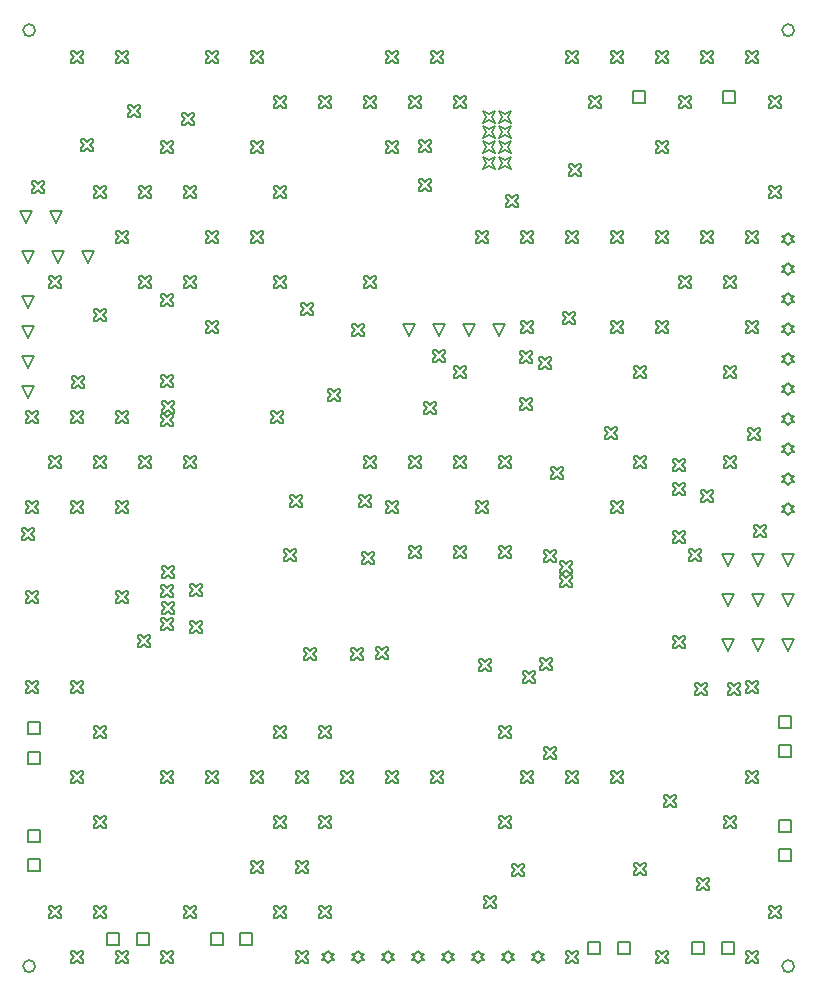
<source format=gbr>
G04*
G04 #@! TF.GenerationSoftware,Altium Limited,Altium Designer,22.9.1 (49)*
G04*
G04 Layer_Color=2752767*
%FSTAX24Y24*%
%MOIN*%
G70*
G04*
G04 #@! TF.SameCoordinates,D3726A14-7932-4F0B-9928-97F3702F6CAB*
G04*
G04*
G04 #@! TF.FilePolarity,Positive*
G04*
G01*
G75*
%ADD15C,0.0050*%
%ADD79C,0.0067*%
D15*
X021134Y029738D02*
Y030138D01*
X021534D01*
Y029738D01*
X021134D01*
X024134D02*
Y030138D01*
X024534D01*
Y029738D01*
X024134D01*
X026Y00445D02*
Y00485D01*
X0264D01*
Y00445D01*
X026D01*
Y005434D02*
Y005834D01*
X0264D01*
Y005434D01*
X026D01*
X01964Y00135D02*
Y00175D01*
X02004D01*
Y00135D01*
X01964D01*
X020624D02*
Y00175D01*
X021024D01*
Y00135D01*
X020624D01*
X0243Y01145D02*
X0241Y01185D01*
X0245D01*
X0243Y01145D01*
X0253D02*
X0251Y01185D01*
X0255D01*
X0253Y01145D01*
X0263D02*
X0261Y01185D01*
X0265D01*
X0263Y01145D01*
X023096Y00135D02*
Y00175D01*
X023496D01*
Y00135D01*
X023096D01*
X02408D02*
Y00175D01*
X02448D01*
Y00135D01*
X02408D01*
X026Y007916D02*
Y008316D01*
X0264D01*
Y007916D01*
X026D01*
Y0089D02*
Y0093D01*
X0264D01*
Y0089D01*
X026D01*
X007056Y00165D02*
Y00205D01*
X007456D01*
Y00165D01*
X007056D01*
X008041D02*
Y00205D01*
X008441D01*
Y00165D01*
X008041D01*
X01796Y00105D02*
X01806Y00115D01*
X01816D01*
X01806Y00125D01*
X01816Y00135D01*
X01806D01*
X01796Y00145D01*
X01786Y00135D01*
X01776D01*
X01786Y00125D01*
X01776Y00115D01*
X01786D01*
X01796Y00105D01*
X01696D02*
X01706Y00115D01*
X01716D01*
X01706Y00125D01*
X01716Y00135D01*
X01706D01*
X01696Y00145D01*
X01686Y00135D01*
X01676D01*
X01686Y00125D01*
X01676Y00115D01*
X01686D01*
X01696Y00105D01*
X01296D02*
X01306Y00115D01*
X01316D01*
X01306Y00125D01*
X01316Y00135D01*
X01306D01*
X01296Y00145D01*
X01286Y00135D01*
X01276D01*
X01286Y00125D01*
X01276Y00115D01*
X01286D01*
X01296Y00105D01*
X01096D02*
X01106Y00115D01*
X01116D01*
X01106Y00125D01*
X01116Y00135D01*
X01106D01*
X01096Y00145D01*
X01086Y00135D01*
X01076D01*
X01086Y00125D01*
X01076Y00115D01*
X01086D01*
X01096Y00105D01*
X01196D02*
X01206Y00115D01*
X01216D01*
X01206Y00125D01*
X01216Y00135D01*
X01206D01*
X01196Y00145D01*
X01186Y00135D01*
X01176D01*
X01186Y00125D01*
X01176Y00115D01*
X01186D01*
X01196Y00105D01*
X01396D02*
X01406Y00115D01*
X01416D01*
X01406Y00125D01*
X01416Y00135D01*
X01406D01*
X01396Y00145D01*
X01386Y00135D01*
X01376D01*
X01386Y00125D01*
X01376Y00115D01*
X01386D01*
X01396Y00105D01*
X01496D02*
X01506Y00115D01*
X01516D01*
X01506Y00125D01*
X01516Y00135D01*
X01506D01*
X01496Y00145D01*
X01486Y00135D01*
X01476D01*
X01486Y00125D01*
X01476Y00115D01*
X01486D01*
X01496Y00105D01*
X01596D02*
X01606Y00115D01*
X01616D01*
X01606Y00125D01*
X01616Y00135D01*
X01606D01*
X01596Y00145D01*
X01586Y00135D01*
X01576D01*
X01586Y00125D01*
X01576Y00115D01*
X01586D01*
X01596Y00105D01*
X0036Y00165D02*
Y00205D01*
X004D01*
Y00165D01*
X0036D01*
X004584D02*
Y00205D01*
X004984D01*
Y00165D01*
X004584D01*
X00095Y0051D02*
Y0055D01*
X00135D01*
Y0051D01*
X00095D01*
Y004116D02*
Y004516D01*
X00135D01*
Y004116D01*
X00095D01*
Y008684D02*
Y009084D01*
X00135D01*
Y008684D01*
X00095D01*
Y0077D02*
Y0081D01*
X00135D01*
Y0077D01*
X00095D01*
X01365Y02195D02*
X01345Y02235D01*
X01385D01*
X01365Y02195D01*
X01465D02*
X01445Y02235D01*
X01485D01*
X01465Y02195D01*
X01665D02*
X01645Y02235D01*
X01685D01*
X01665Y02195D01*
X01565D02*
X01545Y02235D01*
X01585D01*
X01565Y02195D01*
X0263Y022004D02*
X0264Y022104D01*
X0265D01*
X0264Y022204D01*
X0265Y022304D01*
X0264D01*
X0263Y022404D01*
X0262Y022304D01*
X0261D01*
X0262Y022204D01*
X0261Y022104D01*
X0262D01*
X0263Y022004D01*
Y018004D02*
X0264Y018104D01*
X0265D01*
X0264Y018204D01*
X0265Y018304D01*
X0264D01*
X0263Y018404D01*
X0262Y018304D01*
X0261D01*
X0262Y018204D01*
X0261Y018104D01*
X0262D01*
X0263Y018004D01*
Y016004D02*
X0264Y016104D01*
X0265D01*
X0264Y016204D01*
X0265Y016304D01*
X0264D01*
X0263Y016404D01*
X0262Y016304D01*
X0261D01*
X0262Y016204D01*
X0261Y016104D01*
X0262D01*
X0263Y016004D01*
Y017004D02*
X0264Y017104D01*
X0265D01*
X0264Y017204D01*
X0265Y017304D01*
X0264D01*
X0263Y017404D01*
X0262Y017304D01*
X0261D01*
X0262Y017204D01*
X0261Y017104D01*
X0262D01*
X0263Y017004D01*
Y019004D02*
X0264Y019104D01*
X0265D01*
X0264Y019204D01*
X0265Y019304D01*
X0264D01*
X0263Y019404D01*
X0262Y019304D01*
X0261D01*
X0262Y019204D01*
X0261Y019104D01*
X0262D01*
X0263Y019004D01*
Y020004D02*
X0264Y020104D01*
X0265D01*
X0264Y020204D01*
X0265Y020304D01*
X0264D01*
X0263Y020404D01*
X0262Y020304D01*
X0261D01*
X0262Y020204D01*
X0261Y020104D01*
X0262D01*
X0263Y020004D01*
Y021004D02*
X0264Y021104D01*
X0265D01*
X0264Y021204D01*
X0265Y021304D01*
X0264D01*
X0263Y021404D01*
X0262Y021304D01*
X0261D01*
X0262Y021204D01*
X0261Y021104D01*
X0262D01*
X0263Y021004D01*
Y023004D02*
X0264Y023104D01*
X0265D01*
X0264Y023204D01*
X0265Y023304D01*
X0264D01*
X0263Y023404D01*
X0262Y023304D01*
X0261D01*
X0262Y023204D01*
X0261Y023104D01*
X0262D01*
X0263Y023004D01*
Y024004D02*
X0264Y024104D01*
X0265D01*
X0264Y024204D01*
X0265Y024304D01*
X0264D01*
X0263Y024404D01*
X0262Y024304D01*
X0261D01*
X0262Y024204D01*
X0261Y024104D01*
X0262D01*
X0263Y024004D01*
Y025004D02*
X0264Y025104D01*
X0265D01*
X0264Y025204D01*
X0265Y025304D01*
X0264D01*
X0263Y025404D01*
X0262Y025304D01*
X0261D01*
X0262Y025204D01*
X0261Y025104D01*
X0262D01*
X0263Y025004D01*
X00095Y0199D02*
X00075Y0203D01*
X00115D01*
X00095Y0199D01*
Y0209D02*
X00075Y0213D01*
X00115D01*
X00095Y0209D01*
Y0229D02*
X00075Y0233D01*
X00115D01*
X00095Y0229D01*
Y0219D02*
X00075Y0223D01*
X00115D01*
X00095Y0219D01*
X0243Y0143D02*
X0241Y0147D01*
X0245D01*
X0243Y0143D01*
X0253D02*
X0251Y0147D01*
X0255D01*
X0253Y0143D01*
X0263D02*
X0261Y0147D01*
X0265D01*
X0263Y0143D01*
X00295Y0244D02*
X00275Y0248D01*
X00315D01*
X00295Y0244D01*
X00195D02*
X00175Y0248D01*
X00215D01*
X00195Y0244D01*
X00095D02*
X00075Y0248D01*
X00115D01*
X00095Y0244D01*
X0019Y025736D02*
X0017Y026136D01*
X0021D01*
X0019Y025736D01*
X0009D02*
X0007Y026136D01*
X0011D01*
X0009Y025736D01*
X0243Y012964D02*
X0241Y013364D01*
X0245D01*
X0243Y012964D01*
X0253D02*
X0251Y013364D01*
X0255D01*
X0253Y012964D01*
X0263D02*
X0261Y013364D01*
X0265D01*
X0263Y012964D01*
X0249Y03105D02*
X025D01*
X0251Y03115D01*
X0252Y03105D01*
X0253D01*
Y03115D01*
X0252Y03125D01*
X0253Y03135D01*
Y03145D01*
X0252D01*
X0251Y03135D01*
X025Y03145D01*
X0249D01*
Y03135D01*
X025Y03125D01*
X0249Y03115D01*
Y03105D01*
X02565Y02955D02*
X02575D01*
X02585Y02965D01*
X02595Y02955D01*
X02605D01*
Y02965D01*
X02595Y02975D01*
X02605Y02985D01*
Y02995D01*
X02595D01*
X02585Y02985D01*
X02575Y02995D01*
X02565D01*
Y02985D01*
X02575Y02975D01*
X02565Y02965D01*
Y02955D01*
Y02655D02*
X02575D01*
X02585Y02665D01*
X02595Y02655D01*
X02605D01*
Y02665D01*
X02595Y02675D01*
X02605Y02685D01*
Y02695D01*
X02595D01*
X02585Y02685D01*
X02575Y02695D01*
X02565D01*
Y02685D01*
X02575Y02675D01*
X02565Y02665D01*
Y02655D01*
X0249Y02505D02*
X025D01*
X0251Y02515D01*
X0252Y02505D01*
X0253D01*
Y02515D01*
X0252Y02525D01*
X0253Y02535D01*
Y02545D01*
X0252D01*
X0251Y02535D01*
X025Y02545D01*
X0249D01*
Y02535D01*
X025Y02525D01*
X0249Y02515D01*
Y02505D01*
Y02205D02*
X025D01*
X0251Y02215D01*
X0252Y02205D01*
X0253D01*
Y02215D01*
X0252Y02225D01*
X0253Y02235D01*
Y02245D01*
X0252D01*
X0251Y02235D01*
X025Y02245D01*
X0249D01*
Y02235D01*
X025Y02225D01*
X0249Y02215D01*
Y02205D01*
Y01005D02*
X025D01*
X0251Y01015D01*
X0252Y01005D01*
X0253D01*
Y01015D01*
X0252Y01025D01*
X0253Y01035D01*
Y01045D01*
X0252D01*
X0251Y01035D01*
X025Y01045D01*
X0249D01*
Y01035D01*
X025Y01025D01*
X0249Y01015D01*
Y01005D01*
Y00705D02*
X025D01*
X0251Y00715D01*
X0252Y00705D01*
X0253D01*
Y00715D01*
X0252Y00725D01*
X0253Y00735D01*
Y00745D01*
X0252D01*
X0251Y00735D01*
X025Y00745D01*
X0249D01*
Y00735D01*
X025Y00725D01*
X0249Y00715D01*
Y00705D01*
X02565Y00255D02*
X02575D01*
X02585Y00265D01*
X02595Y00255D01*
X02605D01*
Y00265D01*
X02595Y00275D01*
X02605Y00285D01*
Y00295D01*
X02595D01*
X02585Y00285D01*
X02575Y00295D01*
X02565D01*
Y00285D01*
X02575Y00275D01*
X02565Y00265D01*
Y00255D01*
X0249Y00105D02*
X025D01*
X0251Y00115D01*
X0252Y00105D01*
X0253D01*
Y00115D01*
X0252Y00125D01*
X0253Y00135D01*
Y00145D01*
X0252D01*
X0251Y00135D01*
X025Y00145D01*
X0249D01*
Y00135D01*
X025Y00125D01*
X0249Y00115D01*
Y00105D01*
X0234Y03105D02*
X0235D01*
X0236Y03115D01*
X0237Y03105D01*
X0238D01*
Y03115D01*
X0237Y03125D01*
X0238Y03135D01*
Y03145D01*
X0237D01*
X0236Y03135D01*
X0235Y03145D01*
X0234D01*
Y03135D01*
X0235Y03125D01*
X0234Y03115D01*
Y03105D01*
Y02505D02*
X0235D01*
X0236Y02515D01*
X0237Y02505D01*
X0238D01*
Y02515D01*
X0237Y02525D01*
X0238Y02535D01*
Y02545D01*
X0237D01*
X0236Y02535D01*
X0235Y02545D01*
X0234D01*
Y02535D01*
X0235Y02525D01*
X0234Y02515D01*
Y02505D01*
X02415Y02355D02*
X02425D01*
X02435Y02365D01*
X02445Y02355D01*
X02455D01*
Y02365D01*
X02445Y02375D01*
X02455Y02385D01*
Y02395D01*
X02445D01*
X02435Y02385D01*
X02425Y02395D01*
X02415D01*
Y02385D01*
X02425Y02375D01*
X02415Y02365D01*
Y02355D01*
Y02055D02*
X02425D01*
X02435Y02065D01*
X02445Y02055D01*
X02455D01*
Y02065D01*
X02445Y02075D01*
X02455Y02085D01*
Y02095D01*
X02445D01*
X02435Y02085D01*
X02425Y02095D01*
X02415D01*
Y02085D01*
X02425Y02075D01*
X02415Y02065D01*
Y02055D01*
Y01755D02*
X02425D01*
X02435Y01765D01*
X02445Y01755D01*
X02455D01*
Y01765D01*
X02445Y01775D01*
X02455Y01785D01*
Y01795D01*
X02445D01*
X02435Y01785D01*
X02425Y01795D01*
X02415D01*
Y01785D01*
X02425Y01775D01*
X02415Y01765D01*
Y01755D01*
Y00555D02*
X02425D01*
X02435Y00565D01*
X02445Y00555D01*
X02455D01*
Y00565D01*
X02445Y00575D01*
X02455Y00585D01*
Y00595D01*
X02445D01*
X02435Y00585D01*
X02425Y00595D01*
X02415D01*
Y00585D01*
X02425Y00575D01*
X02415Y00565D01*
Y00555D01*
X0219Y03105D02*
X022D01*
X0221Y03115D01*
X0222Y03105D01*
X0223D01*
Y03115D01*
X0222Y03125D01*
X0223Y03135D01*
Y03145D01*
X0222D01*
X0221Y03135D01*
X022Y03145D01*
X0219D01*
Y03135D01*
X022Y03125D01*
X0219Y03115D01*
Y03105D01*
X02265Y02955D02*
X02275D01*
X02285Y02965D01*
X02295Y02955D01*
X02305D01*
Y02965D01*
X02295Y02975D01*
X02305Y02985D01*
Y02995D01*
X02295D01*
X02285Y02985D01*
X02275Y02995D01*
X02265D01*
Y02985D01*
X02275Y02975D01*
X02265Y02965D01*
Y02955D01*
X0219Y02805D02*
X022D01*
X0221Y02815D01*
X0222Y02805D01*
X0223D01*
Y02815D01*
X0222Y02825D01*
X0223Y02835D01*
Y02845D01*
X0222D01*
X0221Y02835D01*
X022Y02845D01*
X0219D01*
Y02835D01*
X022Y02825D01*
X0219Y02815D01*
Y02805D01*
Y02505D02*
X022D01*
X0221Y02515D01*
X0222Y02505D01*
X0223D01*
Y02515D01*
X0222Y02525D01*
X0223Y02535D01*
Y02545D01*
X0222D01*
X0221Y02535D01*
X022Y02545D01*
X0219D01*
Y02535D01*
X022Y02525D01*
X0219Y02515D01*
Y02505D01*
X02265Y02355D02*
X02275D01*
X02285Y02365D01*
X02295Y02355D01*
X02305D01*
Y02365D01*
X02295Y02375D01*
X02305Y02385D01*
Y02395D01*
X02295D01*
X02285Y02385D01*
X02275Y02395D01*
X02265D01*
Y02385D01*
X02275Y02375D01*
X02265Y02365D01*
Y02355D01*
X0219Y02205D02*
X022D01*
X0221Y02215D01*
X0222Y02205D01*
X0223D01*
Y02215D01*
X0222Y02225D01*
X0223Y02235D01*
Y02245D01*
X0222D01*
X0221Y02235D01*
X022Y02245D01*
X0219D01*
Y02235D01*
X022Y02225D01*
X0219Y02215D01*
Y02205D01*
Y00105D02*
X022D01*
X0221Y00115D01*
X0222Y00105D01*
X0223D01*
Y00115D01*
X0222Y00125D01*
X0223Y00135D01*
Y00145D01*
X0222D01*
X0221Y00135D01*
X022Y00145D01*
X0219D01*
Y00135D01*
X022Y00125D01*
X0219Y00115D01*
Y00105D01*
X0204Y03105D02*
X0205D01*
X0206Y03115D01*
X0207Y03105D01*
X0208D01*
Y03115D01*
X0207Y03125D01*
X0208Y03135D01*
Y03145D01*
X0207D01*
X0206Y03135D01*
X0205Y03145D01*
X0204D01*
Y03135D01*
X0205Y03125D01*
X0204Y03115D01*
Y03105D01*
Y02505D02*
X0205D01*
X0206Y02515D01*
X0207Y02505D01*
X0208D01*
Y02515D01*
X0207Y02525D01*
X0208Y02535D01*
Y02545D01*
X0207D01*
X0206Y02535D01*
X0205Y02545D01*
X0204D01*
Y02535D01*
X0205Y02525D01*
X0204Y02515D01*
Y02505D01*
Y02205D02*
X0205D01*
X0206Y02215D01*
X0207Y02205D01*
X0208D01*
Y02215D01*
X0207Y02225D01*
X0208Y02235D01*
Y02245D01*
X0207D01*
X0206Y02235D01*
X0205Y02245D01*
X0204D01*
Y02235D01*
X0205Y02225D01*
X0204Y02215D01*
Y02205D01*
X02115Y02055D02*
X02125D01*
X02135Y02065D01*
X02145Y02055D01*
X02155D01*
Y02065D01*
X02145Y02075D01*
X02155Y02085D01*
Y02095D01*
X02145D01*
X02135Y02085D01*
X02125Y02095D01*
X02115D01*
Y02085D01*
X02125Y02075D01*
X02115Y02065D01*
Y02055D01*
Y01755D02*
X02125D01*
X02135Y01765D01*
X02145Y01755D01*
X02155D01*
Y01765D01*
X02145Y01775D01*
X02155Y01785D01*
Y01795D01*
X02145D01*
X02135Y01785D01*
X02125Y01795D01*
X02115D01*
Y01785D01*
X02125Y01775D01*
X02115Y01765D01*
Y01755D01*
X0204Y01605D02*
X0205D01*
X0206Y01615D01*
X0207Y01605D01*
X0208D01*
Y01615D01*
X0207Y01625D01*
X0208Y01635D01*
Y01645D01*
X0207D01*
X0206Y01635D01*
X0205Y01645D01*
X0204D01*
Y01635D01*
X0205Y01625D01*
X0204Y01615D01*
Y01605D01*
Y00705D02*
X0205D01*
X0206Y00715D01*
X0207Y00705D01*
X0208D01*
Y00715D01*
X0207Y00725D01*
X0208Y00735D01*
Y00745D01*
X0207D01*
X0206Y00735D01*
X0205Y00745D01*
X0204D01*
Y00735D01*
X0205Y00725D01*
X0204Y00715D01*
Y00705D01*
X0189Y03105D02*
X019D01*
X0191Y03115D01*
X0192Y03105D01*
X0193D01*
Y03115D01*
X0192Y03125D01*
X0193Y03135D01*
Y03145D01*
X0192D01*
X0191Y03135D01*
X019Y03145D01*
X0189D01*
Y03135D01*
X019Y03125D01*
X0189Y03115D01*
Y03105D01*
X01965Y02955D02*
X01975D01*
X01985Y02965D01*
X01995Y02955D01*
X02005D01*
Y02965D01*
X01995Y02975D01*
X02005Y02985D01*
Y02995D01*
X01995D01*
X01985Y02985D01*
X01975Y02995D01*
X01965D01*
Y02985D01*
X01975Y02975D01*
X01965Y02965D01*
Y02955D01*
X0189Y02505D02*
X019D01*
X0191Y02515D01*
X0192Y02505D01*
X0193D01*
Y02515D01*
X0192Y02525D01*
X0193Y02535D01*
Y02545D01*
X0192D01*
X0191Y02535D01*
X019Y02545D01*
X0189D01*
Y02535D01*
X019Y02525D01*
X0189Y02515D01*
Y02505D01*
Y00705D02*
X019D01*
X0191Y00715D01*
X0192Y00705D01*
X0193D01*
Y00715D01*
X0192Y00725D01*
X0193Y00735D01*
Y00745D01*
X0192D01*
X0191Y00735D01*
X019Y00745D01*
X0189D01*
Y00735D01*
X019Y00725D01*
X0189Y00715D01*
Y00705D01*
Y00105D02*
X019D01*
X0191Y00115D01*
X0192Y00105D01*
X0193D01*
Y00115D01*
X0192Y00125D01*
X0193Y00135D01*
Y00145D01*
X0192D01*
X0191Y00135D01*
X019Y00145D01*
X0189D01*
Y00135D01*
X019Y00125D01*
X0189Y00115D01*
Y00105D01*
X0174Y02505D02*
X0175D01*
X0176Y02515D01*
X0177Y02505D01*
X0178D01*
Y02515D01*
X0177Y02525D01*
X0178Y02535D01*
Y02545D01*
X0177D01*
X0176Y02535D01*
X0175Y02545D01*
X0174D01*
Y02535D01*
X0175Y02525D01*
X0174Y02515D01*
Y02505D01*
Y02205D02*
X0175D01*
X0176Y02215D01*
X0177Y02205D01*
X0178D01*
Y02215D01*
X0177Y02225D01*
X0178Y02235D01*
Y02245D01*
X0177D01*
X0176Y02235D01*
X0175Y02245D01*
X0174D01*
Y02235D01*
X0175Y02225D01*
X0174Y02215D01*
Y02205D01*
Y00705D02*
X0175D01*
X0176Y00715D01*
X0177Y00705D01*
X0178D01*
Y00715D01*
X0177Y00725D01*
X0178Y00735D01*
Y00745D01*
X0177D01*
X0176Y00735D01*
X0175Y00745D01*
X0174D01*
Y00735D01*
X0175Y00725D01*
X0174Y00715D01*
Y00705D01*
X0159Y02505D02*
X016D01*
X0161Y02515D01*
X0162Y02505D01*
X0163D01*
Y02515D01*
X0162Y02525D01*
X0163Y02535D01*
Y02545D01*
X0162D01*
X0161Y02535D01*
X016Y02545D01*
X0159D01*
Y02535D01*
X016Y02525D01*
X0159Y02515D01*
Y02505D01*
X01665Y01755D02*
X01675D01*
X01685Y01765D01*
X01695Y01755D01*
X01705D01*
Y01765D01*
X01695Y01775D01*
X01705Y01785D01*
Y01795D01*
X01695D01*
X01685Y01785D01*
X01675Y01795D01*
X01665D01*
Y01785D01*
X01675Y01775D01*
X01665Y01765D01*
Y01755D01*
X0159Y01605D02*
X016D01*
X0161Y01615D01*
X0162Y01605D01*
X0163D01*
Y01615D01*
X0162Y01625D01*
X0163Y01635D01*
Y01645D01*
X0162D01*
X0161Y01635D01*
X016Y01645D01*
X0159D01*
Y01635D01*
X016Y01625D01*
X0159Y01615D01*
Y01605D01*
X01665Y01455D02*
X01675D01*
X01685Y01465D01*
X01695Y01455D01*
X01705D01*
Y01465D01*
X01695Y01475D01*
X01705Y01485D01*
Y01495D01*
X01695D01*
X01685Y01485D01*
X01675Y01495D01*
X01665D01*
Y01485D01*
X01675Y01475D01*
X01665Y01465D01*
Y01455D01*
Y00855D02*
X01675D01*
X01685Y00865D01*
X01695Y00855D01*
X01705D01*
Y00865D01*
X01695Y00875D01*
X01705Y00885D01*
Y00895D01*
X01695D01*
X01685Y00885D01*
X01675Y00895D01*
X01665D01*
Y00885D01*
X01675Y00875D01*
X01665Y00865D01*
Y00855D01*
Y00555D02*
X01675D01*
X01685Y00565D01*
X01695Y00555D01*
X01705D01*
Y00565D01*
X01695Y00575D01*
X01705Y00585D01*
Y00595D01*
X01695D01*
X01685Y00585D01*
X01675Y00595D01*
X01665D01*
Y00585D01*
X01675Y00575D01*
X01665Y00565D01*
Y00555D01*
X0144Y03105D02*
X0145D01*
X0146Y03115D01*
X0147Y03105D01*
X0148D01*
Y03115D01*
X0147Y03125D01*
X0148Y03135D01*
Y03145D01*
X0147D01*
X0146Y03135D01*
X0145Y03145D01*
X0144D01*
Y03135D01*
X0145Y03125D01*
X0144Y03115D01*
Y03105D01*
X01515Y02955D02*
X01525D01*
X01535Y02965D01*
X01545Y02955D01*
X01555D01*
Y02965D01*
X01545Y02975D01*
X01555Y02985D01*
Y02995D01*
X01545D01*
X01535Y02985D01*
X01525Y02995D01*
X01515D01*
Y02985D01*
X01525Y02975D01*
X01515Y02965D01*
Y02955D01*
Y02055D02*
X01525D01*
X01535Y02065D01*
X01545Y02055D01*
X01555D01*
Y02065D01*
X01545Y02075D01*
X01555Y02085D01*
Y02095D01*
X01545D01*
X01535Y02085D01*
X01525Y02095D01*
X01515D01*
Y02085D01*
X01525Y02075D01*
X01515Y02065D01*
Y02055D01*
Y01755D02*
X01525D01*
X01535Y01765D01*
X01545Y01755D01*
X01555D01*
Y01765D01*
X01545Y01775D01*
X01555Y01785D01*
Y01795D01*
X01545D01*
X01535Y01785D01*
X01525Y01795D01*
X01515D01*
Y01785D01*
X01525Y01775D01*
X01515Y01765D01*
Y01755D01*
Y01455D02*
X01525D01*
X01535Y01465D01*
X01545Y01455D01*
X01555D01*
Y01465D01*
X01545Y01475D01*
X01555Y01485D01*
Y01495D01*
X01545D01*
X01535Y01485D01*
X01525Y01495D01*
X01515D01*
Y01485D01*
X01525Y01475D01*
X01515Y01465D01*
Y01455D01*
X0144Y00705D02*
X0145D01*
X0146Y00715D01*
X0147Y00705D01*
X0148D01*
Y00715D01*
X0147Y00725D01*
X0148Y00735D01*
Y00745D01*
X0147D01*
X0146Y00735D01*
X0145Y00745D01*
X0144D01*
Y00735D01*
X0145Y00725D01*
X0144Y00715D01*
Y00705D01*
X0129Y03105D02*
X013D01*
X0131Y03115D01*
X0132Y03105D01*
X0133D01*
Y03115D01*
X0132Y03125D01*
X0133Y03135D01*
Y03145D01*
X0132D01*
X0131Y03135D01*
X013Y03145D01*
X0129D01*
Y03135D01*
X013Y03125D01*
X0129Y03115D01*
Y03105D01*
X01365Y02955D02*
X01375D01*
X01385Y02965D01*
X01395Y02955D01*
X01405D01*
Y02965D01*
X01395Y02975D01*
X01405Y02985D01*
Y02995D01*
X01395D01*
X01385Y02985D01*
X01375Y02995D01*
X01365D01*
Y02985D01*
X01375Y02975D01*
X01365Y02965D01*
Y02955D01*
X0129Y02805D02*
X013D01*
X0131Y02815D01*
X0132Y02805D01*
X0133D01*
Y02815D01*
X0132Y02825D01*
X0133Y02835D01*
Y02845D01*
X0132D01*
X0131Y02835D01*
X013Y02845D01*
X0129D01*
Y02835D01*
X013Y02825D01*
X0129Y02815D01*
Y02805D01*
X01365Y01755D02*
X01375D01*
X01385Y01765D01*
X01395Y01755D01*
X01405D01*
Y01765D01*
X01395Y01775D01*
X01405Y01785D01*
Y01795D01*
X01395D01*
X01385Y01785D01*
X01375Y01795D01*
X01365D01*
Y01785D01*
X01375Y01775D01*
X01365Y01765D01*
Y01755D01*
X0129Y01605D02*
X013D01*
X0131Y01615D01*
X0132Y01605D01*
X0133D01*
Y01615D01*
X0132Y01625D01*
X0133Y01635D01*
Y01645D01*
X0132D01*
X0131Y01635D01*
X013Y01645D01*
X0129D01*
Y01635D01*
X013Y01625D01*
X0129Y01615D01*
Y01605D01*
X01365Y01455D02*
X01375D01*
X01385Y01465D01*
X01395Y01455D01*
X01405D01*
Y01465D01*
X01395Y01475D01*
X01405Y01485D01*
Y01495D01*
X01395D01*
X01385Y01485D01*
X01375Y01495D01*
X01365D01*
Y01485D01*
X01375Y01475D01*
X01365Y01465D01*
Y01455D01*
X0129Y00705D02*
X013D01*
X0131Y00715D01*
X0132Y00705D01*
X0133D01*
Y00715D01*
X0132Y00725D01*
X0133Y00735D01*
Y00745D01*
X0132D01*
X0131Y00735D01*
X013Y00745D01*
X0129D01*
Y00735D01*
X013Y00725D01*
X0129Y00715D01*
Y00705D01*
X01215Y02955D02*
X01225D01*
X01235Y02965D01*
X01245Y02955D01*
X01255D01*
Y02965D01*
X01245Y02975D01*
X01255Y02985D01*
Y02995D01*
X01245D01*
X01235Y02985D01*
X01225Y02995D01*
X01215D01*
Y02985D01*
X01225Y02975D01*
X01215Y02965D01*
Y02955D01*
Y02355D02*
X01225D01*
X01235Y02365D01*
X01245Y02355D01*
X01255D01*
Y02365D01*
X01245Y02375D01*
X01255Y02385D01*
Y02395D01*
X01245D01*
X01235Y02385D01*
X01225Y02395D01*
X01215D01*
Y02385D01*
X01225Y02375D01*
X01215Y02365D01*
Y02355D01*
Y01755D02*
X01225D01*
X01235Y01765D01*
X01245Y01755D01*
X01255D01*
Y01765D01*
X01245Y01775D01*
X01255Y01785D01*
Y01795D01*
X01245D01*
X01235Y01785D01*
X01225Y01795D01*
X01215D01*
Y01785D01*
X01225Y01775D01*
X01215Y01765D01*
Y01755D01*
X0114Y00705D02*
X0115D01*
X0116Y00715D01*
X0117Y00705D01*
X0118D01*
Y00715D01*
X0117Y00725D01*
X0118Y00735D01*
Y00745D01*
X0117D01*
X0116Y00735D01*
X0115Y00745D01*
X0114D01*
Y00735D01*
X0115Y00725D01*
X0114Y00715D01*
Y00705D01*
X01065Y02955D02*
X01075D01*
X01085Y02965D01*
X01095Y02955D01*
X01105D01*
Y02965D01*
X01095Y02975D01*
X01105Y02985D01*
Y02995D01*
X01095D01*
X01085Y02985D01*
X01075Y02995D01*
X01065D01*
Y02985D01*
X01075Y02975D01*
X01065Y02965D01*
Y02955D01*
Y00855D02*
X01075D01*
X01085Y00865D01*
X01095Y00855D01*
X01105D01*
Y00865D01*
X01095Y00875D01*
X01105Y00885D01*
Y00895D01*
X01095D01*
X01085Y00885D01*
X01075Y00895D01*
X01065D01*
Y00885D01*
X01075Y00875D01*
X01065Y00865D01*
Y00855D01*
X0099Y00705D02*
X01D01*
X0101Y00715D01*
X0102Y00705D01*
X0103D01*
Y00715D01*
X0102Y00725D01*
X0103Y00735D01*
Y00745D01*
X0102D01*
X0101Y00735D01*
X01Y00745D01*
X0099D01*
Y00735D01*
X01Y00725D01*
X0099Y00715D01*
Y00705D01*
X01065Y00555D02*
X01075D01*
X01085Y00565D01*
X01095Y00555D01*
X01105D01*
Y00565D01*
X01095Y00575D01*
X01105Y00585D01*
Y00595D01*
X01095D01*
X01085Y00585D01*
X01075Y00595D01*
X01065D01*
Y00585D01*
X01075Y00575D01*
X01065Y00565D01*
Y00555D01*
X0099Y00405D02*
X01D01*
X0101Y00415D01*
X0102Y00405D01*
X0103D01*
Y00415D01*
X0102Y00425D01*
X0103Y00435D01*
Y00445D01*
X0102D01*
X0101Y00435D01*
X01Y00445D01*
X0099D01*
Y00435D01*
X01Y00425D01*
X0099Y00415D01*
Y00405D01*
X01065Y00255D02*
X01075D01*
X01085Y00265D01*
X01095Y00255D01*
X01105D01*
Y00265D01*
X01095Y00275D01*
X01105Y00285D01*
Y00295D01*
X01095D01*
X01085Y00285D01*
X01075Y00295D01*
X01065D01*
Y00285D01*
X01075Y00275D01*
X01065Y00265D01*
Y00255D01*
X0099Y00105D02*
X01D01*
X0101Y00115D01*
X0102Y00105D01*
X0103D01*
Y00115D01*
X0102Y00125D01*
X0103Y00135D01*
Y00145D01*
X0102D01*
X0101Y00135D01*
X01Y00145D01*
X0099D01*
Y00135D01*
X01Y00125D01*
X0099Y00115D01*
Y00105D01*
X0084Y03105D02*
X0085D01*
X0086Y03115D01*
X0087Y03105D01*
X0088D01*
Y03115D01*
X0087Y03125D01*
X0088Y03135D01*
Y03145D01*
X0087D01*
X0086Y03135D01*
X0085Y03145D01*
X0084D01*
Y03135D01*
X0085Y03125D01*
X0084Y03115D01*
Y03105D01*
X00915Y02955D02*
X00925D01*
X00935Y02965D01*
X00945Y02955D01*
X00955D01*
Y02965D01*
X00945Y02975D01*
X00955Y02985D01*
Y02995D01*
X00945D01*
X00935Y02985D01*
X00925Y02995D01*
X00915D01*
Y02985D01*
X00925Y02975D01*
X00915Y02965D01*
Y02955D01*
X0084Y02805D02*
X0085D01*
X0086Y02815D01*
X0087Y02805D01*
X0088D01*
Y02815D01*
X0087Y02825D01*
X0088Y02835D01*
Y02845D01*
X0087D01*
X0086Y02835D01*
X0085Y02845D01*
X0084D01*
Y02835D01*
X0085Y02825D01*
X0084Y02815D01*
Y02805D01*
X00915Y02655D02*
X00925D01*
X00935Y02665D01*
X00945Y02655D01*
X00955D01*
Y02665D01*
X00945Y02675D01*
X00955Y02685D01*
Y02695D01*
X00945D01*
X00935Y02685D01*
X00925Y02695D01*
X00915D01*
Y02685D01*
X00925Y02675D01*
X00915Y02665D01*
Y02655D01*
X0084Y02505D02*
X0085D01*
X0086Y02515D01*
X0087Y02505D01*
X0088D01*
Y02515D01*
X0087Y02525D01*
X0088Y02535D01*
Y02545D01*
X0087D01*
X0086Y02535D01*
X0085Y02545D01*
X0084D01*
Y02535D01*
X0085Y02525D01*
X0084Y02515D01*
Y02505D01*
X00915Y02355D02*
X00925D01*
X00935Y02365D01*
X00945Y02355D01*
X00955D01*
Y02365D01*
X00945Y02375D01*
X00955Y02385D01*
Y02395D01*
X00945D01*
X00935Y02385D01*
X00925Y02395D01*
X00915D01*
Y02385D01*
X00925Y02375D01*
X00915Y02365D01*
Y02355D01*
Y00855D02*
X00925D01*
X00935Y00865D01*
X00945Y00855D01*
X00955D01*
Y00865D01*
X00945Y00875D01*
X00955Y00885D01*
Y00895D01*
X00945D01*
X00935Y00885D01*
X00925Y00895D01*
X00915D01*
Y00885D01*
X00925Y00875D01*
X00915Y00865D01*
Y00855D01*
X0084Y00705D02*
X0085D01*
X0086Y00715D01*
X0087Y00705D01*
X0088D01*
Y00715D01*
X0087Y00725D01*
X0088Y00735D01*
Y00745D01*
X0087D01*
X0086Y00735D01*
X0085Y00745D01*
X0084D01*
Y00735D01*
X0085Y00725D01*
X0084Y00715D01*
Y00705D01*
X00915Y00555D02*
X00925D01*
X00935Y00565D01*
X00945Y00555D01*
X00955D01*
Y00565D01*
X00945Y00575D01*
X00955Y00585D01*
Y00595D01*
X00945D01*
X00935Y00585D01*
X00925Y00595D01*
X00915D01*
Y00585D01*
X00925Y00575D01*
X00915Y00565D01*
Y00555D01*
X0084Y00405D02*
X0085D01*
X0086Y00415D01*
X0087Y00405D01*
X0088D01*
Y00415D01*
X0087Y00425D01*
X0088Y00435D01*
Y00445D01*
X0087D01*
X0086Y00435D01*
X0085Y00445D01*
X0084D01*
Y00435D01*
X0085Y00425D01*
X0084Y00415D01*
Y00405D01*
X00915Y00255D02*
X00925D01*
X00935Y00265D01*
X00945Y00255D01*
X00955D01*
Y00265D01*
X00945Y00275D01*
X00955Y00285D01*
Y00295D01*
X00945D01*
X00935Y00285D01*
X00925Y00295D01*
X00915D01*
Y00285D01*
X00925Y00275D01*
X00915Y00265D01*
Y00255D01*
X0069Y03105D02*
X007D01*
X0071Y03115D01*
X0072Y03105D01*
X0073D01*
Y03115D01*
X0072Y03125D01*
X0073Y03135D01*
Y03145D01*
X0072D01*
X0071Y03135D01*
X007Y03145D01*
X0069D01*
Y03135D01*
X007Y03125D01*
X0069Y03115D01*
Y03105D01*
Y02505D02*
X007D01*
X0071Y02515D01*
X0072Y02505D01*
X0073D01*
Y02515D01*
X0072Y02525D01*
X0073Y02535D01*
Y02545D01*
X0072D01*
X0071Y02535D01*
X007Y02545D01*
X0069D01*
Y02535D01*
X007Y02525D01*
X0069Y02515D01*
Y02505D01*
Y02205D02*
X007D01*
X0071Y02215D01*
X0072Y02205D01*
X0073D01*
Y02215D01*
X0072Y02225D01*
X0073Y02235D01*
Y02245D01*
X0072D01*
X0071Y02235D01*
X007Y02245D01*
X0069D01*
Y02235D01*
X007Y02225D01*
X0069Y02215D01*
Y02205D01*
Y00705D02*
X007D01*
X0071Y00715D01*
X0072Y00705D01*
X0073D01*
Y00715D01*
X0072Y00725D01*
X0073Y00735D01*
Y00745D01*
X0072D01*
X0071Y00735D01*
X007Y00745D01*
X0069D01*
Y00735D01*
X007Y00725D01*
X0069Y00715D01*
Y00705D01*
X0054Y02805D02*
X0055D01*
X0056Y02815D01*
X0057Y02805D01*
X0058D01*
Y02815D01*
X0057Y02825D01*
X0058Y02835D01*
Y02845D01*
X0057D01*
X0056Y02835D01*
X0055Y02845D01*
X0054D01*
Y02835D01*
X0055Y02825D01*
X0054Y02815D01*
Y02805D01*
X00615Y02655D02*
X00625D01*
X00635Y02665D01*
X00645Y02655D01*
X00655D01*
Y02665D01*
X00645Y02675D01*
X00655Y02685D01*
Y02695D01*
X00645D01*
X00635Y02685D01*
X00625Y02695D01*
X00615D01*
Y02685D01*
X00625Y02675D01*
X00615Y02665D01*
Y02655D01*
Y02355D02*
X00625D01*
X00635Y02365D01*
X00645Y02355D01*
X00655D01*
Y02365D01*
X00645Y02375D01*
X00655Y02385D01*
Y02395D01*
X00645D01*
X00635Y02385D01*
X00625Y02395D01*
X00615D01*
Y02385D01*
X00625Y02375D01*
X00615Y02365D01*
Y02355D01*
Y01755D02*
X00625D01*
X00635Y01765D01*
X00645Y01755D01*
X00655D01*
Y01765D01*
X00645Y01775D01*
X00655Y01785D01*
Y01795D01*
X00645D01*
X00635Y01785D01*
X00625Y01795D01*
X00615D01*
Y01785D01*
X00625Y01775D01*
X00615Y01765D01*
Y01755D01*
X0054Y00705D02*
X0055D01*
X0056Y00715D01*
X0057Y00705D01*
X0058D01*
Y00715D01*
X0057Y00725D01*
X0058Y00735D01*
Y00745D01*
X0057D01*
X0056Y00735D01*
X0055Y00745D01*
X0054D01*
Y00735D01*
X0055Y00725D01*
X0054Y00715D01*
Y00705D01*
X00615Y00255D02*
X00625D01*
X00635Y00265D01*
X00645Y00255D01*
X00655D01*
Y00265D01*
X00645Y00275D01*
X00655Y00285D01*
Y00295D01*
X00645D01*
X00635Y00285D01*
X00625Y00295D01*
X00615D01*
Y00285D01*
X00625Y00275D01*
X00615Y00265D01*
Y00255D01*
X0054Y00105D02*
X0055D01*
X0056Y00115D01*
X0057Y00105D01*
X0058D01*
Y00115D01*
X0057Y00125D01*
X0058Y00135D01*
Y00145D01*
X0057D01*
X0056Y00135D01*
X0055Y00145D01*
X0054D01*
Y00135D01*
X0055Y00125D01*
X0054Y00115D01*
Y00105D01*
X0039Y03105D02*
X004D01*
X0041Y03115D01*
X0042Y03105D01*
X0043D01*
Y03115D01*
X0042Y03125D01*
X0043Y03135D01*
Y03145D01*
X0042D01*
X0041Y03135D01*
X004Y03145D01*
X0039D01*
Y03135D01*
X004Y03125D01*
X0039Y03115D01*
Y03105D01*
X00465Y02655D02*
X00475D01*
X00485Y02665D01*
X00495Y02655D01*
X00505D01*
Y02665D01*
X00495Y02675D01*
X00505Y02685D01*
Y02695D01*
X00495D01*
X00485Y02685D01*
X00475Y02695D01*
X00465D01*
Y02685D01*
X00475Y02675D01*
X00465Y02665D01*
Y02655D01*
X0039Y02505D02*
X004D01*
X0041Y02515D01*
X0042Y02505D01*
X0043D01*
Y02515D01*
X0042Y02525D01*
X0043Y02535D01*
Y02545D01*
X0042D01*
X0041Y02535D01*
X004Y02545D01*
X0039D01*
Y02535D01*
X004Y02525D01*
X0039Y02515D01*
Y02505D01*
X00465Y02355D02*
X00475D01*
X00485Y02365D01*
X00495Y02355D01*
X00505D01*
Y02365D01*
X00495Y02375D01*
X00505Y02385D01*
Y02395D01*
X00495D01*
X00485Y02385D01*
X00475Y02395D01*
X00465D01*
Y02385D01*
X00475Y02375D01*
X00465Y02365D01*
Y02355D01*
X0039Y01905D02*
X004D01*
X0041Y01915D01*
X0042Y01905D01*
X0043D01*
Y01915D01*
X0042Y01925D01*
X0043Y01935D01*
Y01945D01*
X0042D01*
X0041Y01935D01*
X004Y01945D01*
X0039D01*
Y01935D01*
X004Y01925D01*
X0039Y01915D01*
Y01905D01*
X00465Y01755D02*
X00475D01*
X00485Y01765D01*
X00495Y01755D01*
X00505D01*
Y01765D01*
X00495Y01775D01*
X00505Y01785D01*
Y01795D01*
X00495D01*
X00485Y01785D01*
X00475Y01795D01*
X00465D01*
Y01785D01*
X00475Y01775D01*
X00465Y01765D01*
Y01755D01*
X0039Y01605D02*
X004D01*
X0041Y01615D01*
X0042Y01605D01*
X0043D01*
Y01615D01*
X0042Y01625D01*
X0043Y01635D01*
Y01645D01*
X0042D01*
X0041Y01635D01*
X004Y01645D01*
X0039D01*
Y01635D01*
X004Y01625D01*
X0039Y01615D01*
Y01605D01*
Y01305D02*
X004D01*
X0041Y01315D01*
X0042Y01305D01*
X0043D01*
Y01315D01*
X0042Y01325D01*
X0043Y01335D01*
Y01345D01*
X0042D01*
X0041Y01335D01*
X004Y01345D01*
X0039D01*
Y01335D01*
X004Y01325D01*
X0039Y01315D01*
Y01305D01*
Y00105D02*
X004D01*
X0041Y00115D01*
X0042Y00105D01*
X0043D01*
Y00115D01*
X0042Y00125D01*
X0043Y00135D01*
Y00145D01*
X0042D01*
X0041Y00135D01*
X004Y00145D01*
X0039D01*
Y00135D01*
X004Y00125D01*
X0039Y00115D01*
Y00105D01*
X0024Y03105D02*
X0025D01*
X0026Y03115D01*
X0027Y03105D01*
X0028D01*
Y03115D01*
X0027Y03125D01*
X0028Y03135D01*
Y03145D01*
X0027D01*
X0026Y03135D01*
X0025Y03145D01*
X0024D01*
Y03135D01*
X0025Y03125D01*
X0024Y03115D01*
Y03105D01*
X00315Y02655D02*
X00325D01*
X00335Y02665D01*
X00345Y02655D01*
X00355D01*
Y02665D01*
X00345Y02675D01*
X00355Y02685D01*
Y02695D01*
X00345D01*
X00335Y02685D01*
X00325Y02695D01*
X00315D01*
Y02685D01*
X00325Y02675D01*
X00315Y02665D01*
Y02655D01*
X0024Y01905D02*
X0025D01*
X0026Y01915D01*
X0027Y01905D01*
X0028D01*
Y01915D01*
X0027Y01925D01*
X0028Y01935D01*
Y01945D01*
X0027D01*
X0026Y01935D01*
X0025Y01945D01*
X0024D01*
Y01935D01*
X0025Y01925D01*
X0024Y01915D01*
Y01905D01*
X00315Y01755D02*
X00325D01*
X00335Y01765D01*
X00345Y01755D01*
X00355D01*
Y01765D01*
X00345Y01775D01*
X00355Y01785D01*
Y01795D01*
X00345D01*
X00335Y01785D01*
X00325Y01795D01*
X00315D01*
Y01785D01*
X00325Y01775D01*
X00315Y01765D01*
Y01755D01*
X0024Y01605D02*
X0025D01*
X0026Y01615D01*
X0027Y01605D01*
X0028D01*
Y01615D01*
X0027Y01625D01*
X0028Y01635D01*
Y01645D01*
X0027D01*
X0026Y01635D01*
X0025Y01645D01*
X0024D01*
Y01635D01*
X0025Y01625D01*
X0024Y01615D01*
Y01605D01*
Y01005D02*
X0025D01*
X0026Y01015D01*
X0027Y01005D01*
X0028D01*
Y01015D01*
X0027Y01025D01*
X0028Y01035D01*
Y01045D01*
X0027D01*
X0026Y01035D01*
X0025Y01045D01*
X0024D01*
Y01035D01*
X0025Y01025D01*
X0024Y01015D01*
Y01005D01*
X00315Y00855D02*
X00325D01*
X00335Y00865D01*
X00345Y00855D01*
X00355D01*
Y00865D01*
X00345Y00875D01*
X00355Y00885D01*
Y00895D01*
X00345D01*
X00335Y00885D01*
X00325Y00895D01*
X00315D01*
Y00885D01*
X00325Y00875D01*
X00315Y00865D01*
Y00855D01*
X0024Y00705D02*
X0025D01*
X0026Y00715D01*
X0027Y00705D01*
X0028D01*
Y00715D01*
X0027Y00725D01*
X0028Y00735D01*
Y00745D01*
X0027D01*
X0026Y00735D01*
X0025Y00745D01*
X0024D01*
Y00735D01*
X0025Y00725D01*
X0024Y00715D01*
Y00705D01*
X00315Y00555D02*
X00325D01*
X00335Y00565D01*
X00345Y00555D01*
X00355D01*
Y00565D01*
X00345Y00575D01*
X00355Y00585D01*
Y00595D01*
X00345D01*
X00335Y00585D01*
X00325Y00595D01*
X00315D01*
Y00585D01*
X00325Y00575D01*
X00315Y00565D01*
Y00555D01*
Y00255D02*
X00325D01*
X00335Y00265D01*
X00345Y00255D01*
X00355D01*
Y00265D01*
X00345Y00275D01*
X00355Y00285D01*
Y00295D01*
X00345D01*
X00335Y00285D01*
X00325Y00295D01*
X00315D01*
Y00285D01*
X00325Y00275D01*
X00315Y00265D01*
Y00255D01*
X0024Y00105D02*
X0025D01*
X0026Y00115D01*
X0027Y00105D01*
X0028D01*
Y00115D01*
X0027Y00125D01*
X0028Y00135D01*
Y00145D01*
X0027D01*
X0026Y00135D01*
X0025Y00145D01*
X0024D01*
Y00135D01*
X0025Y00125D01*
X0024Y00115D01*
Y00105D01*
X00165Y02355D02*
X00175D01*
X00185Y02365D01*
X00195Y02355D01*
X00205D01*
Y02365D01*
X00195Y02375D01*
X00205Y02385D01*
Y02395D01*
X00195D01*
X00185Y02385D01*
X00175Y02395D01*
X00165D01*
Y02385D01*
X00175Y02375D01*
X00165Y02365D01*
Y02355D01*
X0009Y01905D02*
X001D01*
X0011Y01915D01*
X0012Y01905D01*
X0013D01*
Y01915D01*
X0012Y01925D01*
X0013Y01935D01*
Y01945D01*
X0012D01*
X0011Y01935D01*
X001Y01945D01*
X0009D01*
Y01935D01*
X001Y01925D01*
X0009Y01915D01*
Y01905D01*
X00165Y01755D02*
X00175D01*
X00185Y01765D01*
X00195Y01755D01*
X00205D01*
Y01765D01*
X00195Y01775D01*
X00205Y01785D01*
Y01795D01*
X00195D01*
X00185Y01785D01*
X00175Y01795D01*
X00165D01*
Y01785D01*
X00175Y01775D01*
X00165Y01765D01*
Y01755D01*
X0009Y01605D02*
X001D01*
X0011Y01615D01*
X0012Y01605D01*
X0013D01*
Y01615D01*
X0012Y01625D01*
X0013Y01635D01*
Y01645D01*
X0012D01*
X0011Y01635D01*
X001Y01645D01*
X0009D01*
Y01635D01*
X001Y01625D01*
X0009Y01615D01*
Y01605D01*
Y01305D02*
X001D01*
X0011Y01315D01*
X0012Y01305D01*
X0013D01*
Y01315D01*
X0012Y01325D01*
X0013Y01335D01*
Y01345D01*
X0012D01*
X0011Y01335D01*
X001Y01345D01*
X0009D01*
Y01335D01*
X001Y01325D01*
X0009Y01315D01*
Y01305D01*
Y01005D02*
X001D01*
X0011Y01015D01*
X0012Y01005D01*
X0013D01*
Y01015D01*
X0012Y01025D01*
X0013Y01035D01*
Y01045D01*
X0012D01*
X0011Y01035D01*
X001Y01045D01*
X0009D01*
Y01035D01*
X001Y01025D01*
X0009Y01015D01*
Y01005D01*
X00165Y00255D02*
X00175D01*
X00185Y00265D01*
X00195Y00255D01*
X00205D01*
Y00265D01*
X00195Y00275D01*
X00205Y00285D01*
Y00295D01*
X00195D01*
X00185Y00285D01*
X00175Y00295D01*
X00165D01*
Y00285D01*
X00175Y00275D01*
X00165Y00265D01*
Y00255D01*
X01815Y01441D02*
X01825D01*
X01835Y01451D01*
X01845Y01441D01*
X01855D01*
Y01451D01*
X01845Y01461D01*
X01855Y01471D01*
Y01481D01*
X01845D01*
X01835Y01471D01*
X01825Y01481D01*
X01815D01*
Y01471D01*
X01825Y01461D01*
X01815Y01451D01*
Y01441D01*
X011714Y011173D02*
X011814D01*
X011914Y011273D01*
X012014Y011173D01*
X012114D01*
Y011273D01*
X012014Y011373D01*
X012114Y011473D01*
Y011573D01*
X012014D01*
X011914Y011473D01*
X011814Y011573D01*
X011714D01*
Y011473D01*
X011814Y011373D01*
X011714Y011273D01*
Y011173D01*
X010168Y011168D02*
X010268D01*
X010368Y011268D01*
X010468Y011168D01*
X010568D01*
Y011268D01*
X010468Y011368D01*
X010568Y011468D01*
Y011568D01*
X010468D01*
X010368Y011468D01*
X010268Y011568D01*
X010168D01*
Y011468D01*
X010268Y011368D01*
X010168Y011268D01*
Y011168D01*
X018041Y010809D02*
X018141D01*
X018241Y010909D01*
X018341Y010809D01*
X018441D01*
Y010909D01*
X018341Y011009D01*
X018441Y011109D01*
Y011209D01*
X018341D01*
X018241Y011109D01*
X018141Y011209D01*
X018041D01*
Y011109D01*
X018141Y011009D01*
X018041Y010909D01*
Y010809D01*
X02245Y01155D02*
X02255D01*
X02265Y01165D01*
X02275Y01155D01*
X02285D01*
Y01165D01*
X02275Y01175D01*
X02285Y01185D01*
Y01195D01*
X02275D01*
X02265Y01185D01*
X02255Y01195D01*
X02245D01*
Y01185D01*
X02255Y01175D01*
X02245Y01165D01*
Y01155D01*
X0243Y01D02*
X0244D01*
X0245Y0101D01*
X0246Y01D01*
X0247D01*
Y0101D01*
X0246Y0102D01*
X0247Y0103D01*
Y0104D01*
X0246D01*
X0245Y0103D01*
X0244Y0104D01*
X0243D01*
Y0103D01*
X0244Y0102D01*
X0243Y0101D01*
Y01D01*
X016Y0108D02*
X0161D01*
X0162Y0109D01*
X0163Y0108D01*
X0164D01*
Y0109D01*
X0163Y011D01*
X0164Y0111D01*
Y0112D01*
X0163D01*
X0162Y0111D01*
X0161Y0112D01*
X016D01*
Y0111D01*
X0161Y011D01*
X016Y0109D01*
Y0108D01*
X004615Y011585D02*
X004715D01*
X004815Y011685D01*
X004915Y011585D01*
X005015D01*
Y011685D01*
X004915Y011785D01*
X005015Y011885D01*
Y011985D01*
X004915D01*
X004815Y011885D01*
X004715Y011985D01*
X004615D01*
Y011885D01*
X004715Y011785D01*
X004615Y011685D01*
Y011585D01*
X0171Y00395D02*
X0172D01*
X0173Y00405D01*
X0174Y00395D01*
X0175D01*
Y00405D01*
X0174Y00415D01*
X0175Y00425D01*
Y00435D01*
X0174D01*
X0173Y00425D01*
X0172Y00435D01*
X0171D01*
Y00425D01*
X0172Y00415D01*
X0171Y00405D01*
Y00395D01*
X0232Y01D02*
X0233D01*
X0234Y0101D01*
X0235Y01D01*
X0236D01*
Y0101D01*
X0235Y0102D01*
X0236Y0103D01*
Y0104D01*
X0235D01*
X0234Y0103D01*
X0233Y0104D01*
X0232D01*
Y0103D01*
X0233Y0102D01*
X0232Y0101D01*
Y01D01*
X02115Y004D02*
X02125D01*
X02135Y0041D01*
X02145Y004D01*
X02155D01*
Y0041D01*
X02145Y0042D01*
X02155Y0043D01*
Y0044D01*
X02145D01*
X02135Y0043D01*
X02125Y0044D01*
X02115D01*
Y0043D01*
X02125Y0042D01*
X02115Y0041D01*
Y004D01*
X02325Y0035D02*
X02335D01*
X02345Y0036D01*
X02355Y0035D01*
X02365D01*
Y0036D01*
X02355Y0037D01*
X02365Y0038D01*
Y0039D01*
X02355D01*
X02345Y0038D01*
X02335Y0039D01*
X02325D01*
Y0038D01*
X02335Y0037D01*
X02325Y0036D01*
Y0035D01*
X02515Y01525D02*
X02525D01*
X02535Y01535D01*
X02545Y01525D01*
X02555D01*
Y01535D01*
X02545Y01545D01*
X02555Y01555D01*
Y01565D01*
X02545D01*
X02535Y01555D01*
X02525Y01565D01*
X02515D01*
Y01555D01*
X02525Y01545D01*
X02515Y01535D01*
Y01525D01*
X023385Y016415D02*
X023485D01*
X023585Y016515D01*
X023685Y016415D01*
X023785D01*
Y016515D01*
X023685Y016615D01*
X023785Y016715D01*
Y016815D01*
X023685D01*
X023585Y016715D01*
X023485Y016815D01*
X023385D01*
Y016715D01*
X023485Y016615D01*
X023385Y016515D01*
Y016415D01*
X020185Y018535D02*
X020285D01*
X020385Y018635D01*
X020485Y018535D01*
X020585D01*
Y018635D01*
X020485Y018735D01*
X020585Y018835D01*
Y018935D01*
X020485D01*
X020385Y018835D01*
X020285Y018935D01*
X020185D01*
Y018835D01*
X020285Y018735D01*
X020185Y018635D01*
Y018535D01*
X00075Y01515D02*
X00085D01*
X00095Y01525D01*
X00105Y01515D01*
X00115D01*
Y01525D01*
X00105Y01535D01*
X00115Y01545D01*
Y01555D01*
X00105D01*
X00095Y01545D01*
X00085Y01555D01*
X00075D01*
Y01545D01*
X00085Y01535D01*
X00075Y01525D01*
Y01515D01*
X006365Y012065D02*
X006465D01*
X006565Y012165D01*
X006665Y012065D01*
X006765D01*
Y012165D01*
X006665Y012265D01*
X006765Y012365D01*
Y012465D01*
X006665D01*
X006565Y012365D01*
X006465Y012465D01*
X006365D01*
Y012365D01*
X006465Y012265D01*
X006365Y012165D01*
Y012065D01*
Y013285D02*
X006465D01*
X006565Y013385D01*
X006665Y013285D01*
X006765D01*
Y013385D01*
X006665Y013485D01*
X006765Y013585D01*
Y013685D01*
X006665D01*
X006565Y013585D01*
X006465Y013685D01*
X006365D01*
Y013585D01*
X006465Y013485D01*
X006365Y013385D01*
Y013285D01*
X00905Y01905D02*
X00915D01*
X00925Y01915D01*
X00935Y01905D01*
X00945D01*
Y01915D01*
X00935Y01925D01*
X00945Y01935D01*
Y01945D01*
X00935D01*
X00925Y01935D01*
X00915Y01945D01*
X00905D01*
Y01935D01*
X00915Y01925D01*
X00905Y01915D01*
Y01905D01*
X01095Y0198D02*
X01105D01*
X01115Y0199D01*
X01125Y0198D01*
X01135D01*
Y0199D01*
X01125Y02D01*
X01135Y0201D01*
Y0202D01*
X01125D01*
X01115Y0201D01*
X01105Y0202D01*
X01095D01*
Y0201D01*
X01105Y02D01*
X01095Y0199D01*
Y0198D01*
X01445Y0211D02*
X01455D01*
X01465Y0212D01*
X01475Y0211D01*
X01485D01*
Y0212D01*
X01475Y0213D01*
X01485Y0214D01*
Y0215D01*
X01475D01*
X01465Y0214D01*
X01455Y0215D01*
X01445D01*
Y0214D01*
X01455Y0213D01*
X01445Y0212D01*
Y0211D01*
X0061Y029D02*
X0062D01*
X0063Y0291D01*
X0064Y029D01*
X0065D01*
Y0291D01*
X0064Y0292D01*
X0065Y0293D01*
Y0294D01*
X0064D01*
X0063Y0293D01*
X0062Y0294D01*
X0061D01*
Y0293D01*
X0062Y0292D01*
X0061Y0291D01*
Y029D01*
X001085Y026715D02*
X001185D01*
X001285Y026815D01*
X001385Y026715D01*
X001485D01*
Y026815D01*
X001385Y026915D01*
X001485Y027015D01*
Y027115D01*
X001385D01*
X001285Y027015D01*
X001185Y027115D01*
X001085D01*
Y027015D01*
X001185Y026915D01*
X001085Y026815D01*
Y026715D01*
X014Y0281D02*
X0141D01*
X0142Y0282D01*
X0143Y0281D01*
X0144D01*
Y0282D01*
X0143Y0283D01*
X0144Y0284D01*
Y0285D01*
X0143D01*
X0142Y0284D01*
X0141Y0285D01*
X014D01*
Y0284D01*
X0141Y0283D01*
X014Y0282D01*
Y0281D01*
X0188Y02235D02*
X0189D01*
X019Y02245D01*
X0191Y02235D01*
X0192D01*
Y02245D01*
X0191Y02255D01*
X0192Y02265D01*
Y02275D01*
X0191D01*
X019Y02265D01*
X0189Y02275D01*
X0188D01*
Y02265D01*
X0189Y02255D01*
X0188Y02245D01*
Y02235D01*
X0169Y02625D02*
X017D01*
X0171Y02635D01*
X0172Y02625D01*
X0173D01*
Y02635D01*
X0172Y02645D01*
X0173Y02655D01*
Y02665D01*
X0172D01*
X0171Y02655D01*
X017Y02665D01*
X0169D01*
Y02655D01*
X017Y02645D01*
X0169Y02635D01*
Y02625D01*
X019Y0273D02*
X0191D01*
X0192Y0274D01*
X0193Y0273D01*
X0194D01*
Y0274D01*
X0193Y0275D01*
X0194Y0276D01*
Y0277D01*
X0193D01*
X0192Y0276D01*
X0191Y0277D01*
X019D01*
Y0276D01*
X0191Y0275D01*
X019Y0274D01*
Y0273D01*
X014Y0268D02*
X0141D01*
X0142Y0269D01*
X0143Y0268D01*
X0144D01*
Y0269D01*
X0143Y027D01*
X0144Y0271D01*
Y0272D01*
X0143D01*
X0142Y0271D01*
X0141Y0272D01*
X014D01*
Y0271D01*
X0141Y027D01*
X014Y0269D01*
Y0268D01*
X004305Y029255D02*
X004405D01*
X004505Y029355D01*
X004605Y029255D01*
X004705D01*
Y029355D01*
X004605Y029455D01*
X004705Y029555D01*
Y029655D01*
X004605D01*
X004505Y029555D01*
X004405Y029655D01*
X004305D01*
Y029555D01*
X004405Y029455D01*
X004305Y029355D01*
Y029255D01*
X016144Y029068D02*
X016244Y029268D01*
X016144Y029468D01*
X016344Y029368D01*
X016544Y029468D01*
X016444Y029268D01*
X016544Y029068D01*
X016344Y029168D01*
X016144Y029068D01*
X016656D02*
X016756Y029268D01*
X016656Y029468D01*
X016856Y029368D01*
X017056Y029468D01*
X016956Y029268D01*
X017056Y029068D01*
X016856Y029168D01*
X016656Y029068D01*
X016144Y028556D02*
X016244Y028756D01*
X016144Y028956D01*
X016344Y028856D01*
X016544Y028956D01*
X016444Y028756D01*
X016544Y028556D01*
X016344Y028656D01*
X016144Y028556D01*
X016656D02*
X016756Y028756D01*
X016656Y028956D01*
X016856Y028856D01*
X017056Y028956D01*
X016956Y028756D01*
X017056Y028556D01*
X016856Y028656D01*
X016656Y028556D01*
X016144Y028044D02*
X016244Y028244D01*
X016144Y028444D01*
X016344Y028344D01*
X016544Y028444D01*
X016444Y028244D01*
X016544Y028044D01*
X016344Y028144D01*
X016144Y028044D01*
X016656D02*
X016756Y028244D01*
X016656Y028444D01*
X016856Y028344D01*
X017056Y028444D01*
X016956Y028244D01*
X017056Y028044D01*
X016856Y028144D01*
X016656Y028044D01*
X016144Y027532D02*
X016244Y027732D01*
X016144Y027932D01*
X016344Y027832D01*
X016544Y027932D01*
X016444Y027732D01*
X016544Y027532D01*
X016344Y027632D01*
X016144Y027532D01*
X016656D02*
X016756Y027732D01*
X016656Y027932D01*
X016856Y027832D01*
X017056Y027932D01*
X016956Y027732D01*
X017056Y027532D01*
X016856Y027632D01*
X016656Y027532D01*
X002415Y020235D02*
X002515D01*
X002615Y020335D01*
X002715Y020235D01*
X002815D01*
Y020335D01*
X002715Y020435D01*
X002815Y020535D01*
Y020635D01*
X002715D01*
X002615Y020535D01*
X002515Y020635D01*
X002415D01*
Y020535D01*
X002515Y020435D01*
X002415Y020335D01*
Y020235D01*
X012Y01625D02*
X0121D01*
X0122Y01635D01*
X0123Y01625D01*
X0124D01*
Y01635D01*
X0123Y01645D01*
X0124Y01655D01*
Y01665D01*
X0123D01*
X0122Y01655D01*
X0121Y01665D01*
X012D01*
Y01655D01*
X0121Y01645D01*
X012Y01635D01*
Y01625D01*
X0097D02*
X0098D01*
X0099Y01635D01*
X01Y01625D01*
X0101D01*
Y01635D01*
X01Y01645D01*
X0101Y01655D01*
Y01665D01*
X01D01*
X0099Y01655D01*
X0098Y01665D01*
X0097D01*
Y01655D01*
X0098Y01645D01*
X0097Y01635D01*
Y01625D01*
X0054Y02295D02*
X0055D01*
X0056Y02305D01*
X0057Y02295D01*
X0058D01*
Y02305D01*
X0057Y02315D01*
X0058Y02325D01*
Y02335D01*
X0057D01*
X0056Y02325D01*
X0055Y02335D01*
X0054D01*
Y02325D01*
X0055Y02315D01*
X0054Y02305D01*
Y02295D01*
X00315Y02245D02*
X00325D01*
X00335Y02255D01*
X00345Y02245D01*
X00355D01*
Y02255D01*
X00345Y02265D01*
X00355Y02275D01*
Y02285D01*
X00345D01*
X00335Y02275D01*
X00325Y02285D01*
X00315D01*
Y02275D01*
X00325Y02265D01*
X00315Y02255D01*
Y02245D01*
X0054Y01325D02*
X0055D01*
X0056Y01335D01*
X0057Y01325D01*
X0058D01*
Y01335D01*
X0057Y01345D01*
X0058Y01355D01*
Y01365D01*
X0057D01*
X0056Y01355D01*
X0055Y01365D01*
X0054D01*
Y01355D01*
X0055Y01345D01*
X0054Y01335D01*
Y01325D01*
Y02025D02*
X0055D01*
X0056Y02035D01*
X0057Y02025D01*
X0058D01*
Y02035D01*
X0057Y02045D01*
X0058Y02055D01*
Y02065D01*
X0057D01*
X0056Y02055D01*
X0055Y02065D01*
X0054D01*
Y02055D01*
X0055Y02045D01*
X0054Y02035D01*
Y02025D01*
Y01895D02*
X0055D01*
X0056Y01905D01*
X0057Y01895D01*
X0058D01*
Y01905D01*
X0057Y01915D01*
X0058Y01925D01*
Y01935D01*
X0057D01*
X0056Y01925D01*
X0055Y01935D01*
X0054D01*
Y01925D01*
X0055Y01915D01*
X0054Y01905D01*
Y01895D01*
X005425Y019375D02*
X005525D01*
X005625Y019475D01*
X005725Y019375D01*
X005825D01*
Y019475D01*
X005725Y019575D01*
X005825Y019675D01*
Y019775D01*
X005725D01*
X005625Y019675D01*
X005525Y019775D01*
X005425D01*
Y019675D01*
X005525Y019575D01*
X005425Y019475D01*
Y019375D01*
X02245Y01745D02*
X02255D01*
X02265Y01755D01*
X02275Y01745D01*
X02285D01*
Y01755D01*
X02275Y01765D01*
X02285Y01775D01*
Y01785D01*
X02275D01*
X02265Y01775D01*
X02255Y01785D01*
X02245D01*
Y01775D01*
X02255Y01765D01*
X02245Y01755D01*
Y01745D01*
Y01665D02*
X02255D01*
X02265Y01675D01*
X02275Y01665D01*
X02285D01*
Y01675D01*
X02275Y01685D01*
X02285Y01695D01*
Y01705D01*
X02275D01*
X02265Y01695D01*
X02255Y01705D01*
X02245D01*
Y01695D01*
X02255Y01685D01*
X02245Y01675D01*
Y01665D01*
Y01505D02*
X02255D01*
X02265Y01515D01*
X02275Y01505D01*
X02285D01*
Y01515D01*
X02275Y01525D01*
X02285Y01535D01*
Y01545D01*
X02275D01*
X02265Y01535D01*
X02255Y01545D01*
X02245D01*
Y01535D01*
X02255Y01525D01*
X02245Y01515D01*
Y01505D01*
X017451Y010401D02*
X017551D01*
X017651Y010501D01*
X017751Y010401D01*
X017851D01*
Y010501D01*
X017751Y010601D01*
X017851Y010701D01*
Y010801D01*
X017751D01*
X017651Y010701D01*
X017551Y010801D01*
X017451D01*
Y010701D01*
X017551Y010601D01*
X017451Y010501D01*
Y010401D01*
X0054Y01215D02*
X0055D01*
X0056Y01225D01*
X0057Y01215D01*
X0058D01*
Y01225D01*
X0057Y01235D01*
X0058Y01245D01*
Y01255D01*
X0057D01*
X0056Y01245D01*
X0055Y01255D01*
X0054D01*
Y01245D01*
X0055Y01235D01*
X0054Y01225D01*
Y01215D01*
X0121Y01435D02*
X0122D01*
X0123Y01445D01*
X0124Y01435D01*
X0125D01*
Y01445D01*
X0124Y01455D01*
X0125Y01465D01*
Y01475D01*
X0124D01*
X0123Y01465D01*
X0122Y01475D01*
X0121D01*
Y01465D01*
X0122Y01455D01*
X0121Y01445D01*
Y01435D01*
X0095Y01445D02*
X0096D01*
X0097Y01455D01*
X0098Y01445D01*
X0099D01*
Y01455D01*
X0098Y01465D01*
X0099Y01475D01*
Y01485D01*
X0098D01*
X0097Y01475D01*
X0096Y01485D01*
X0095D01*
Y01475D01*
X0096Y01465D01*
X0095Y01455D01*
Y01445D01*
X005425Y012675D02*
X005525D01*
X005625Y012775D01*
X005725Y012675D01*
X005825D01*
Y012775D01*
X005725Y012875D01*
X005825Y012975D01*
Y013075D01*
X005725D01*
X005625Y012975D01*
X005525Y013075D01*
X005425D01*
Y012975D01*
X005525Y012875D01*
X005425Y012775D01*
Y012675D01*
Y013875D02*
X005525D01*
X005625Y013975D01*
X005725Y013875D01*
X005825D01*
Y013975D01*
X005725Y014075D01*
X005825Y014175D01*
Y014275D01*
X005725D01*
X005625Y014175D01*
X005525Y014275D01*
X005425D01*
Y014175D01*
X005525Y014075D01*
X005425Y013975D01*
Y013875D01*
X016155Y0029D02*
X016255D01*
X016355Y003D01*
X016455Y0029D01*
X016555D01*
Y003D01*
X016455Y0031D01*
X016555Y0032D01*
Y0033D01*
X016455D01*
X016355Y0032D01*
X016255Y0033D01*
X016155D01*
Y0032D01*
X016255Y0031D01*
X016155Y003D01*
Y0029D01*
X01815Y00785D02*
X01825D01*
X01835Y00795D01*
X01845Y00785D01*
X01855D01*
Y00795D01*
X01845Y00805D01*
X01855Y00815D01*
Y00825D01*
X01845D01*
X01835Y00815D01*
X01825Y00825D01*
X01815D01*
Y00815D01*
X01825Y00805D01*
X01815Y00795D01*
Y00785D01*
X02215Y00625D02*
X02225D01*
X02235Y00635D01*
X02245Y00625D01*
X02255D01*
Y00635D01*
X02245Y00645D01*
X02255Y00655D01*
Y00665D01*
X02245D01*
X02235Y00655D01*
X02225Y00665D01*
X02215D01*
Y00655D01*
X02225Y00645D01*
X02215Y00635D01*
Y00625D01*
X00273Y02812D02*
X00283D01*
X00293Y02822D01*
X00303Y02812D01*
X00313D01*
Y02822D01*
X00303Y02832D01*
X00313Y02842D01*
Y02852D01*
X00303D01*
X00293Y02842D01*
X00283Y02852D01*
X00273D01*
Y02842D01*
X00283Y02832D01*
X00273Y02822D01*
Y02812D01*
X023Y01445D02*
X0231D01*
X0232Y01455D01*
X0233Y01445D01*
X0234D01*
Y01455D01*
X0233Y01465D01*
X0234Y01475D01*
Y01485D01*
X0233D01*
X0232Y01475D01*
X0231Y01485D01*
X023D01*
Y01475D01*
X0231Y01465D01*
X023Y01455D01*
Y01445D01*
X01175Y02195D02*
X01185D01*
X01195Y02205D01*
X01205Y02195D01*
X01215D01*
Y02205D01*
X01205Y02215D01*
X01215Y02225D01*
Y02235D01*
X01205D01*
X01195Y02225D01*
X01185Y02235D01*
X01175D01*
Y02225D01*
X01185Y02215D01*
X01175Y02205D01*
Y02195D01*
X0187Y0136D02*
X0188D01*
X0189Y0137D01*
X019Y0136D01*
X0191D01*
Y0137D01*
X019Y0138D01*
X0191Y0139D01*
Y014D01*
X019D01*
X0189Y0139D01*
X0188Y014D01*
X0187D01*
Y0139D01*
X0188Y0138D01*
X0187Y0137D01*
Y0136D01*
Y01405D02*
X0188D01*
X0189Y01415D01*
X019Y01405D01*
X0191D01*
Y01415D01*
X019Y01425D01*
X0191Y01435D01*
Y01445D01*
X019D01*
X0189Y01435D01*
X0188Y01445D01*
X0187D01*
Y01435D01*
X0188Y01425D01*
X0187Y01415D01*
Y01405D01*
X0184Y0172D02*
X0185D01*
X0186Y0173D01*
X0187Y0172D01*
X0188D01*
Y0173D01*
X0187Y0174D01*
X0188Y0175D01*
Y0176D01*
X0187D01*
X0186Y0175D01*
X0185Y0176D01*
X0184D01*
Y0175D01*
X0185Y0174D01*
X0184Y0173D01*
Y0172D01*
X018Y02085D02*
X0181D01*
X0182Y02095D01*
X0183Y02085D01*
X0184D01*
Y02095D01*
X0183Y02105D01*
X0184Y02115D01*
Y02125D01*
X0183D01*
X0182Y02115D01*
X0181Y02125D01*
X018D01*
Y02115D01*
X0181Y02105D01*
X018Y02095D01*
Y02085D01*
X01735Y02105D02*
X01745D01*
X01755Y02115D01*
X01765Y02105D01*
X01775D01*
Y02115D01*
X01765Y02125D01*
X01775Y02135D01*
Y02145D01*
X01765D01*
X01755Y02135D01*
X01745Y02145D01*
X01735D01*
Y02135D01*
X01745Y02125D01*
X01735Y02115D01*
Y02105D01*
Y0195D02*
X01745D01*
X01755Y0196D01*
X01765Y0195D01*
X01775D01*
Y0196D01*
X01765Y0197D01*
X01775Y0198D01*
Y0199D01*
X01765D01*
X01755Y0198D01*
X01745Y0199D01*
X01735D01*
Y0198D01*
X01745Y0197D01*
X01735Y0196D01*
Y0195D01*
X02495Y0185D02*
X02505D01*
X02515Y0186D01*
X02525Y0185D01*
X02535D01*
Y0186D01*
X02525Y0187D01*
X02535Y0188D01*
Y0189D01*
X02525D01*
X02515Y0188D01*
X02505Y0189D01*
X02495D01*
Y0188D01*
X02505Y0187D01*
X02495Y0186D01*
Y0185D01*
X012548Y011202D02*
X012648D01*
X012748Y011302D01*
X012848Y011202D01*
X012948D01*
Y011302D01*
X012848Y011402D01*
X012948Y011502D01*
Y011602D01*
X012848D01*
X012748Y011502D01*
X012648Y011602D01*
X012548D01*
Y011502D01*
X012648Y011402D01*
X012548Y011302D01*
Y011202D01*
X01415Y01935D02*
X01425D01*
X01435Y01945D01*
X01445Y01935D01*
X01455D01*
Y01945D01*
X01445Y01955D01*
X01455Y01965D01*
Y01975D01*
X01445D01*
X01435Y01965D01*
X01425Y01975D01*
X01415D01*
Y01965D01*
X01425Y01955D01*
X01415Y01945D01*
Y01935D01*
X01005Y02265D02*
X01015D01*
X01025Y02275D01*
X01035Y02265D01*
X01045D01*
Y02275D01*
X01035Y02285D01*
X01045Y02295D01*
Y02305D01*
X01035D01*
X01025Y02295D01*
X01015Y02305D01*
X01005D01*
Y02295D01*
X01015Y02285D01*
X01005Y02275D01*
Y02265D01*
D79*
X0265Y03215D02*
G03*
X0265Y03215I-0002J0D01*
G01*
X0012D02*
G03*
X0012Y03215I-0002J0D01*
G01*
Y00095D02*
G03*
X0012Y00095I-0002J0D01*
G01*
X0265D02*
G03*
X0265Y00095I-0002J0D01*
G01*
M02*

</source>
